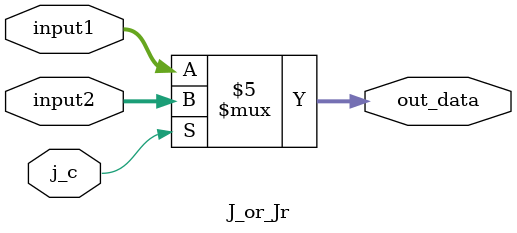
<source format=v>
`timescale 1ns / 1ps


module J_or_Jr(
    input[31:0] input1,
    input[31:0] input2,
    input j_c,
    output reg[31:0] out_data
    );
    initial begin
        out_data = 0;
    end
    
    always @(input1 or input2 or j_c) begin
        if(j_c == 1) begin
            out_data = input2;
            $display("jr address is %d",out_data);
        end
        else begin
            out_data = input1;
            $display("j address is%d",out_data);
        end
        
    end
endmodule

</source>
